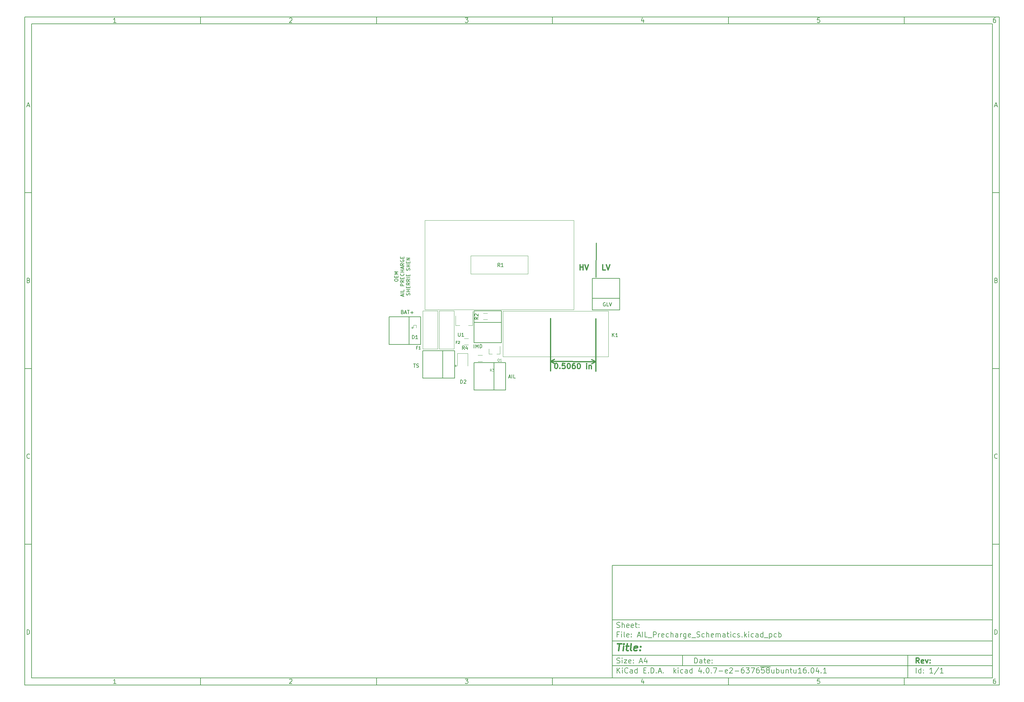
<source format=gbr>
G04 #@! TF.FileFunction,Legend,Top*
%FSLAX46Y46*%
G04 Gerber Fmt 4.6, Leading zero omitted, Abs format (unit mm)*
G04 Created by KiCad (PCBNEW 4.0.7-e2-6376~58~ubuntu16.04.1) date Thu Nov  9 22:46:50 2017*
%MOMM*%
%LPD*%
G01*
G04 APERTURE LIST*
%ADD10C,0.100000*%
%ADD11C,0.150000*%
%ADD12C,0.300000*%
%ADD13C,0.400000*%
%ADD14C,0.292100*%
%ADD15C,0.200000*%
%ADD16C,0.120000*%
%ADD17C,0.060000*%
G04 APERTURE END LIST*
D10*
D11*
X177002200Y-166007200D02*
X177002200Y-198007200D01*
X285002200Y-198007200D01*
X285002200Y-166007200D01*
X177002200Y-166007200D01*
D10*
D11*
X10000000Y-10000000D02*
X10000000Y-200007200D01*
X287002200Y-200007200D01*
X287002200Y-10000000D01*
X10000000Y-10000000D01*
D10*
D11*
X12000000Y-12000000D02*
X12000000Y-198007200D01*
X285002200Y-198007200D01*
X285002200Y-12000000D01*
X12000000Y-12000000D01*
D10*
D11*
X60000000Y-12000000D02*
X60000000Y-10000000D01*
D10*
D11*
X110000000Y-12000000D02*
X110000000Y-10000000D01*
D10*
D11*
X160000000Y-12000000D02*
X160000000Y-10000000D01*
D10*
D11*
X210000000Y-12000000D02*
X210000000Y-10000000D01*
D10*
D11*
X260000000Y-12000000D02*
X260000000Y-10000000D01*
D10*
D11*
X35990476Y-11588095D02*
X35247619Y-11588095D01*
X35619048Y-11588095D02*
X35619048Y-10288095D01*
X35495238Y-10473810D01*
X35371429Y-10597619D01*
X35247619Y-10659524D01*
D10*
D11*
X85247619Y-10411905D02*
X85309524Y-10350000D01*
X85433333Y-10288095D01*
X85742857Y-10288095D01*
X85866667Y-10350000D01*
X85928571Y-10411905D01*
X85990476Y-10535714D01*
X85990476Y-10659524D01*
X85928571Y-10845238D01*
X85185714Y-11588095D01*
X85990476Y-11588095D01*
D10*
D11*
X135185714Y-10288095D02*
X135990476Y-10288095D01*
X135557143Y-10783333D01*
X135742857Y-10783333D01*
X135866667Y-10845238D01*
X135928571Y-10907143D01*
X135990476Y-11030952D01*
X135990476Y-11340476D01*
X135928571Y-11464286D01*
X135866667Y-11526190D01*
X135742857Y-11588095D01*
X135371429Y-11588095D01*
X135247619Y-11526190D01*
X135185714Y-11464286D01*
D10*
D11*
X185866667Y-10721429D02*
X185866667Y-11588095D01*
X185557143Y-10226190D02*
X185247619Y-11154762D01*
X186052381Y-11154762D01*
D10*
D11*
X235928571Y-10288095D02*
X235309524Y-10288095D01*
X235247619Y-10907143D01*
X235309524Y-10845238D01*
X235433333Y-10783333D01*
X235742857Y-10783333D01*
X235866667Y-10845238D01*
X235928571Y-10907143D01*
X235990476Y-11030952D01*
X235990476Y-11340476D01*
X235928571Y-11464286D01*
X235866667Y-11526190D01*
X235742857Y-11588095D01*
X235433333Y-11588095D01*
X235309524Y-11526190D01*
X235247619Y-11464286D01*
D10*
D11*
X285866667Y-10288095D02*
X285619048Y-10288095D01*
X285495238Y-10350000D01*
X285433333Y-10411905D01*
X285309524Y-10597619D01*
X285247619Y-10845238D01*
X285247619Y-11340476D01*
X285309524Y-11464286D01*
X285371429Y-11526190D01*
X285495238Y-11588095D01*
X285742857Y-11588095D01*
X285866667Y-11526190D01*
X285928571Y-11464286D01*
X285990476Y-11340476D01*
X285990476Y-11030952D01*
X285928571Y-10907143D01*
X285866667Y-10845238D01*
X285742857Y-10783333D01*
X285495238Y-10783333D01*
X285371429Y-10845238D01*
X285309524Y-10907143D01*
X285247619Y-11030952D01*
D10*
D11*
X60000000Y-198007200D02*
X60000000Y-200007200D01*
D10*
D11*
X110000000Y-198007200D02*
X110000000Y-200007200D01*
D10*
D11*
X160000000Y-198007200D02*
X160000000Y-200007200D01*
D10*
D11*
X210000000Y-198007200D02*
X210000000Y-200007200D01*
D10*
D11*
X260000000Y-198007200D02*
X260000000Y-200007200D01*
D10*
D11*
X35990476Y-199595295D02*
X35247619Y-199595295D01*
X35619048Y-199595295D02*
X35619048Y-198295295D01*
X35495238Y-198481010D01*
X35371429Y-198604819D01*
X35247619Y-198666724D01*
D10*
D11*
X85247619Y-198419105D02*
X85309524Y-198357200D01*
X85433333Y-198295295D01*
X85742857Y-198295295D01*
X85866667Y-198357200D01*
X85928571Y-198419105D01*
X85990476Y-198542914D01*
X85990476Y-198666724D01*
X85928571Y-198852438D01*
X85185714Y-199595295D01*
X85990476Y-199595295D01*
D10*
D11*
X135185714Y-198295295D02*
X135990476Y-198295295D01*
X135557143Y-198790533D01*
X135742857Y-198790533D01*
X135866667Y-198852438D01*
X135928571Y-198914343D01*
X135990476Y-199038152D01*
X135990476Y-199347676D01*
X135928571Y-199471486D01*
X135866667Y-199533390D01*
X135742857Y-199595295D01*
X135371429Y-199595295D01*
X135247619Y-199533390D01*
X135185714Y-199471486D01*
D10*
D11*
X185866667Y-198728629D02*
X185866667Y-199595295D01*
X185557143Y-198233390D02*
X185247619Y-199161962D01*
X186052381Y-199161962D01*
D10*
D11*
X235928571Y-198295295D02*
X235309524Y-198295295D01*
X235247619Y-198914343D01*
X235309524Y-198852438D01*
X235433333Y-198790533D01*
X235742857Y-198790533D01*
X235866667Y-198852438D01*
X235928571Y-198914343D01*
X235990476Y-199038152D01*
X235990476Y-199347676D01*
X235928571Y-199471486D01*
X235866667Y-199533390D01*
X235742857Y-199595295D01*
X235433333Y-199595295D01*
X235309524Y-199533390D01*
X235247619Y-199471486D01*
D10*
D11*
X285866667Y-198295295D02*
X285619048Y-198295295D01*
X285495238Y-198357200D01*
X285433333Y-198419105D01*
X285309524Y-198604819D01*
X285247619Y-198852438D01*
X285247619Y-199347676D01*
X285309524Y-199471486D01*
X285371429Y-199533390D01*
X285495238Y-199595295D01*
X285742857Y-199595295D01*
X285866667Y-199533390D01*
X285928571Y-199471486D01*
X285990476Y-199347676D01*
X285990476Y-199038152D01*
X285928571Y-198914343D01*
X285866667Y-198852438D01*
X285742857Y-198790533D01*
X285495238Y-198790533D01*
X285371429Y-198852438D01*
X285309524Y-198914343D01*
X285247619Y-199038152D01*
D10*
D11*
X10000000Y-60000000D02*
X12000000Y-60000000D01*
D10*
D11*
X10000000Y-110000000D02*
X12000000Y-110000000D01*
D10*
D11*
X10000000Y-160000000D02*
X12000000Y-160000000D01*
D10*
D11*
X10690476Y-35216667D02*
X11309524Y-35216667D01*
X10566667Y-35588095D02*
X11000000Y-34288095D01*
X11433333Y-35588095D01*
D10*
D11*
X11092857Y-84907143D02*
X11278571Y-84969048D01*
X11340476Y-85030952D01*
X11402381Y-85154762D01*
X11402381Y-85340476D01*
X11340476Y-85464286D01*
X11278571Y-85526190D01*
X11154762Y-85588095D01*
X10659524Y-85588095D01*
X10659524Y-84288095D01*
X11092857Y-84288095D01*
X11216667Y-84350000D01*
X11278571Y-84411905D01*
X11340476Y-84535714D01*
X11340476Y-84659524D01*
X11278571Y-84783333D01*
X11216667Y-84845238D01*
X11092857Y-84907143D01*
X10659524Y-84907143D01*
D10*
D11*
X11402381Y-135464286D02*
X11340476Y-135526190D01*
X11154762Y-135588095D01*
X11030952Y-135588095D01*
X10845238Y-135526190D01*
X10721429Y-135402381D01*
X10659524Y-135278571D01*
X10597619Y-135030952D01*
X10597619Y-134845238D01*
X10659524Y-134597619D01*
X10721429Y-134473810D01*
X10845238Y-134350000D01*
X11030952Y-134288095D01*
X11154762Y-134288095D01*
X11340476Y-134350000D01*
X11402381Y-134411905D01*
D10*
D11*
X10659524Y-185588095D02*
X10659524Y-184288095D01*
X10969048Y-184288095D01*
X11154762Y-184350000D01*
X11278571Y-184473810D01*
X11340476Y-184597619D01*
X11402381Y-184845238D01*
X11402381Y-185030952D01*
X11340476Y-185278571D01*
X11278571Y-185402381D01*
X11154762Y-185526190D01*
X10969048Y-185588095D01*
X10659524Y-185588095D01*
D10*
D11*
X287002200Y-60000000D02*
X285002200Y-60000000D01*
D10*
D11*
X287002200Y-110000000D02*
X285002200Y-110000000D01*
D10*
D11*
X287002200Y-160000000D02*
X285002200Y-160000000D01*
D10*
D11*
X285692676Y-35216667D02*
X286311724Y-35216667D01*
X285568867Y-35588095D02*
X286002200Y-34288095D01*
X286435533Y-35588095D01*
D10*
D11*
X286095057Y-84907143D02*
X286280771Y-84969048D01*
X286342676Y-85030952D01*
X286404581Y-85154762D01*
X286404581Y-85340476D01*
X286342676Y-85464286D01*
X286280771Y-85526190D01*
X286156962Y-85588095D01*
X285661724Y-85588095D01*
X285661724Y-84288095D01*
X286095057Y-84288095D01*
X286218867Y-84350000D01*
X286280771Y-84411905D01*
X286342676Y-84535714D01*
X286342676Y-84659524D01*
X286280771Y-84783333D01*
X286218867Y-84845238D01*
X286095057Y-84907143D01*
X285661724Y-84907143D01*
D10*
D11*
X286404581Y-135464286D02*
X286342676Y-135526190D01*
X286156962Y-135588095D01*
X286033152Y-135588095D01*
X285847438Y-135526190D01*
X285723629Y-135402381D01*
X285661724Y-135278571D01*
X285599819Y-135030952D01*
X285599819Y-134845238D01*
X285661724Y-134597619D01*
X285723629Y-134473810D01*
X285847438Y-134350000D01*
X286033152Y-134288095D01*
X286156962Y-134288095D01*
X286342676Y-134350000D01*
X286404581Y-134411905D01*
D10*
D11*
X285661724Y-185588095D02*
X285661724Y-184288095D01*
X285971248Y-184288095D01*
X286156962Y-184350000D01*
X286280771Y-184473810D01*
X286342676Y-184597619D01*
X286404581Y-184845238D01*
X286404581Y-185030952D01*
X286342676Y-185278571D01*
X286280771Y-185402381D01*
X286156962Y-185526190D01*
X285971248Y-185588095D01*
X285661724Y-185588095D01*
D10*
D11*
X200359343Y-193785771D02*
X200359343Y-192285771D01*
X200716486Y-192285771D01*
X200930771Y-192357200D01*
X201073629Y-192500057D01*
X201145057Y-192642914D01*
X201216486Y-192928629D01*
X201216486Y-193142914D01*
X201145057Y-193428629D01*
X201073629Y-193571486D01*
X200930771Y-193714343D01*
X200716486Y-193785771D01*
X200359343Y-193785771D01*
X202502200Y-193785771D02*
X202502200Y-193000057D01*
X202430771Y-192857200D01*
X202287914Y-192785771D01*
X202002200Y-192785771D01*
X201859343Y-192857200D01*
X202502200Y-193714343D02*
X202359343Y-193785771D01*
X202002200Y-193785771D01*
X201859343Y-193714343D01*
X201787914Y-193571486D01*
X201787914Y-193428629D01*
X201859343Y-193285771D01*
X202002200Y-193214343D01*
X202359343Y-193214343D01*
X202502200Y-193142914D01*
X203002200Y-192785771D02*
X203573629Y-192785771D01*
X203216486Y-192285771D02*
X203216486Y-193571486D01*
X203287914Y-193714343D01*
X203430772Y-193785771D01*
X203573629Y-193785771D01*
X204645057Y-193714343D02*
X204502200Y-193785771D01*
X204216486Y-193785771D01*
X204073629Y-193714343D01*
X204002200Y-193571486D01*
X204002200Y-193000057D01*
X204073629Y-192857200D01*
X204216486Y-192785771D01*
X204502200Y-192785771D01*
X204645057Y-192857200D01*
X204716486Y-193000057D01*
X204716486Y-193142914D01*
X204002200Y-193285771D01*
X205359343Y-193642914D02*
X205430771Y-193714343D01*
X205359343Y-193785771D01*
X205287914Y-193714343D01*
X205359343Y-193642914D01*
X205359343Y-193785771D01*
X205359343Y-192857200D02*
X205430771Y-192928629D01*
X205359343Y-193000057D01*
X205287914Y-192928629D01*
X205359343Y-192857200D01*
X205359343Y-193000057D01*
D10*
D11*
X177002200Y-194507200D02*
X285002200Y-194507200D01*
D10*
D11*
X178359343Y-196585771D02*
X178359343Y-195085771D01*
X179216486Y-196585771D02*
X178573629Y-195728629D01*
X179216486Y-195085771D02*
X178359343Y-195942914D01*
X179859343Y-196585771D02*
X179859343Y-195585771D01*
X179859343Y-195085771D02*
X179787914Y-195157200D01*
X179859343Y-195228629D01*
X179930771Y-195157200D01*
X179859343Y-195085771D01*
X179859343Y-195228629D01*
X181430772Y-196442914D02*
X181359343Y-196514343D01*
X181145057Y-196585771D01*
X181002200Y-196585771D01*
X180787915Y-196514343D01*
X180645057Y-196371486D01*
X180573629Y-196228629D01*
X180502200Y-195942914D01*
X180502200Y-195728629D01*
X180573629Y-195442914D01*
X180645057Y-195300057D01*
X180787915Y-195157200D01*
X181002200Y-195085771D01*
X181145057Y-195085771D01*
X181359343Y-195157200D01*
X181430772Y-195228629D01*
X182716486Y-196585771D02*
X182716486Y-195800057D01*
X182645057Y-195657200D01*
X182502200Y-195585771D01*
X182216486Y-195585771D01*
X182073629Y-195657200D01*
X182716486Y-196514343D02*
X182573629Y-196585771D01*
X182216486Y-196585771D01*
X182073629Y-196514343D01*
X182002200Y-196371486D01*
X182002200Y-196228629D01*
X182073629Y-196085771D01*
X182216486Y-196014343D01*
X182573629Y-196014343D01*
X182716486Y-195942914D01*
X184073629Y-196585771D02*
X184073629Y-195085771D01*
X184073629Y-196514343D02*
X183930772Y-196585771D01*
X183645058Y-196585771D01*
X183502200Y-196514343D01*
X183430772Y-196442914D01*
X183359343Y-196300057D01*
X183359343Y-195871486D01*
X183430772Y-195728629D01*
X183502200Y-195657200D01*
X183645058Y-195585771D01*
X183930772Y-195585771D01*
X184073629Y-195657200D01*
X185930772Y-195800057D02*
X186430772Y-195800057D01*
X186645058Y-196585771D02*
X185930772Y-196585771D01*
X185930772Y-195085771D01*
X186645058Y-195085771D01*
X187287915Y-196442914D02*
X187359343Y-196514343D01*
X187287915Y-196585771D01*
X187216486Y-196514343D01*
X187287915Y-196442914D01*
X187287915Y-196585771D01*
X188002201Y-196585771D02*
X188002201Y-195085771D01*
X188359344Y-195085771D01*
X188573629Y-195157200D01*
X188716487Y-195300057D01*
X188787915Y-195442914D01*
X188859344Y-195728629D01*
X188859344Y-195942914D01*
X188787915Y-196228629D01*
X188716487Y-196371486D01*
X188573629Y-196514343D01*
X188359344Y-196585771D01*
X188002201Y-196585771D01*
X189502201Y-196442914D02*
X189573629Y-196514343D01*
X189502201Y-196585771D01*
X189430772Y-196514343D01*
X189502201Y-196442914D01*
X189502201Y-196585771D01*
X190145058Y-196157200D02*
X190859344Y-196157200D01*
X190002201Y-196585771D02*
X190502201Y-195085771D01*
X191002201Y-196585771D01*
X191502201Y-196442914D02*
X191573629Y-196514343D01*
X191502201Y-196585771D01*
X191430772Y-196514343D01*
X191502201Y-196442914D01*
X191502201Y-196585771D01*
X194502201Y-196585771D02*
X194502201Y-195085771D01*
X194645058Y-196014343D02*
X195073629Y-196585771D01*
X195073629Y-195585771D02*
X194502201Y-196157200D01*
X195716487Y-196585771D02*
X195716487Y-195585771D01*
X195716487Y-195085771D02*
X195645058Y-195157200D01*
X195716487Y-195228629D01*
X195787915Y-195157200D01*
X195716487Y-195085771D01*
X195716487Y-195228629D01*
X197073630Y-196514343D02*
X196930773Y-196585771D01*
X196645059Y-196585771D01*
X196502201Y-196514343D01*
X196430773Y-196442914D01*
X196359344Y-196300057D01*
X196359344Y-195871486D01*
X196430773Y-195728629D01*
X196502201Y-195657200D01*
X196645059Y-195585771D01*
X196930773Y-195585771D01*
X197073630Y-195657200D01*
X198359344Y-196585771D02*
X198359344Y-195800057D01*
X198287915Y-195657200D01*
X198145058Y-195585771D01*
X197859344Y-195585771D01*
X197716487Y-195657200D01*
X198359344Y-196514343D02*
X198216487Y-196585771D01*
X197859344Y-196585771D01*
X197716487Y-196514343D01*
X197645058Y-196371486D01*
X197645058Y-196228629D01*
X197716487Y-196085771D01*
X197859344Y-196014343D01*
X198216487Y-196014343D01*
X198359344Y-195942914D01*
X199716487Y-196585771D02*
X199716487Y-195085771D01*
X199716487Y-196514343D02*
X199573630Y-196585771D01*
X199287916Y-196585771D01*
X199145058Y-196514343D01*
X199073630Y-196442914D01*
X199002201Y-196300057D01*
X199002201Y-195871486D01*
X199073630Y-195728629D01*
X199145058Y-195657200D01*
X199287916Y-195585771D01*
X199573630Y-195585771D01*
X199716487Y-195657200D01*
X202216487Y-195585771D02*
X202216487Y-196585771D01*
X201859344Y-195014343D02*
X201502201Y-196085771D01*
X202430773Y-196085771D01*
X203002201Y-196442914D02*
X203073629Y-196514343D01*
X203002201Y-196585771D01*
X202930772Y-196514343D01*
X203002201Y-196442914D01*
X203002201Y-196585771D01*
X204002201Y-195085771D02*
X204145058Y-195085771D01*
X204287915Y-195157200D01*
X204359344Y-195228629D01*
X204430773Y-195371486D01*
X204502201Y-195657200D01*
X204502201Y-196014343D01*
X204430773Y-196300057D01*
X204359344Y-196442914D01*
X204287915Y-196514343D01*
X204145058Y-196585771D01*
X204002201Y-196585771D01*
X203859344Y-196514343D01*
X203787915Y-196442914D01*
X203716487Y-196300057D01*
X203645058Y-196014343D01*
X203645058Y-195657200D01*
X203716487Y-195371486D01*
X203787915Y-195228629D01*
X203859344Y-195157200D01*
X204002201Y-195085771D01*
X205145058Y-196442914D02*
X205216486Y-196514343D01*
X205145058Y-196585771D01*
X205073629Y-196514343D01*
X205145058Y-196442914D01*
X205145058Y-196585771D01*
X205716487Y-195085771D02*
X206716487Y-195085771D01*
X206073630Y-196585771D01*
X207287915Y-196014343D02*
X208430772Y-196014343D01*
X209716486Y-196514343D02*
X209573629Y-196585771D01*
X209287915Y-196585771D01*
X209145058Y-196514343D01*
X209073629Y-196371486D01*
X209073629Y-195800057D01*
X209145058Y-195657200D01*
X209287915Y-195585771D01*
X209573629Y-195585771D01*
X209716486Y-195657200D01*
X209787915Y-195800057D01*
X209787915Y-195942914D01*
X209073629Y-196085771D01*
X210359343Y-195228629D02*
X210430772Y-195157200D01*
X210573629Y-195085771D01*
X210930772Y-195085771D01*
X211073629Y-195157200D01*
X211145058Y-195228629D01*
X211216486Y-195371486D01*
X211216486Y-195514343D01*
X211145058Y-195728629D01*
X210287915Y-196585771D01*
X211216486Y-196585771D01*
X211859343Y-196014343D02*
X213002200Y-196014343D01*
X214359343Y-195085771D02*
X214073629Y-195085771D01*
X213930772Y-195157200D01*
X213859343Y-195228629D01*
X213716486Y-195442914D01*
X213645057Y-195728629D01*
X213645057Y-196300057D01*
X213716486Y-196442914D01*
X213787914Y-196514343D01*
X213930772Y-196585771D01*
X214216486Y-196585771D01*
X214359343Y-196514343D01*
X214430772Y-196442914D01*
X214502200Y-196300057D01*
X214502200Y-195942914D01*
X214430772Y-195800057D01*
X214359343Y-195728629D01*
X214216486Y-195657200D01*
X213930772Y-195657200D01*
X213787914Y-195728629D01*
X213716486Y-195800057D01*
X213645057Y-195942914D01*
X215002200Y-195085771D02*
X215930771Y-195085771D01*
X215430771Y-195657200D01*
X215645057Y-195657200D01*
X215787914Y-195728629D01*
X215859343Y-195800057D01*
X215930771Y-195942914D01*
X215930771Y-196300057D01*
X215859343Y-196442914D01*
X215787914Y-196514343D01*
X215645057Y-196585771D01*
X215216485Y-196585771D01*
X215073628Y-196514343D01*
X215002200Y-196442914D01*
X216430771Y-195085771D02*
X217430771Y-195085771D01*
X216787914Y-196585771D01*
X218645056Y-195085771D02*
X218359342Y-195085771D01*
X218216485Y-195157200D01*
X218145056Y-195228629D01*
X218002199Y-195442914D01*
X217930770Y-195728629D01*
X217930770Y-196300057D01*
X218002199Y-196442914D01*
X218073627Y-196514343D01*
X218216485Y-196585771D01*
X218502199Y-196585771D01*
X218645056Y-196514343D01*
X218716485Y-196442914D01*
X218787913Y-196300057D01*
X218787913Y-195942914D01*
X218716485Y-195800057D01*
X218645056Y-195728629D01*
X218502199Y-195657200D01*
X218216485Y-195657200D01*
X218073627Y-195728629D01*
X218002199Y-195800057D01*
X217930770Y-195942914D01*
X220145056Y-195085771D02*
X219430770Y-195085771D01*
X219359341Y-195800057D01*
X219430770Y-195728629D01*
X219573627Y-195657200D01*
X219930770Y-195657200D01*
X220073627Y-195728629D01*
X220145056Y-195800057D01*
X220216484Y-195942914D01*
X220216484Y-196300057D01*
X220145056Y-196442914D01*
X220073627Y-196514343D01*
X219930770Y-196585771D01*
X219573627Y-196585771D01*
X219430770Y-196514343D01*
X219359341Y-196442914D01*
X221073627Y-195728629D02*
X220930769Y-195657200D01*
X220859341Y-195585771D01*
X220787912Y-195442914D01*
X220787912Y-195371486D01*
X220859341Y-195228629D01*
X220930769Y-195157200D01*
X221073627Y-195085771D01*
X221359341Y-195085771D01*
X221502198Y-195157200D01*
X221573627Y-195228629D01*
X221645055Y-195371486D01*
X221645055Y-195442914D01*
X221573627Y-195585771D01*
X221502198Y-195657200D01*
X221359341Y-195728629D01*
X221073627Y-195728629D01*
X220930769Y-195800057D01*
X220859341Y-195871486D01*
X220787912Y-196014343D01*
X220787912Y-196300057D01*
X220859341Y-196442914D01*
X220930769Y-196514343D01*
X221073627Y-196585771D01*
X221359341Y-196585771D01*
X221502198Y-196514343D01*
X221573627Y-196442914D01*
X221645055Y-196300057D01*
X221645055Y-196014343D01*
X221573627Y-195871486D01*
X221502198Y-195800057D01*
X221359341Y-195728629D01*
X219073627Y-194827200D02*
X221930769Y-194827200D01*
X222930769Y-195585771D02*
X222930769Y-196585771D01*
X222287912Y-195585771D02*
X222287912Y-196371486D01*
X222359340Y-196514343D01*
X222502198Y-196585771D01*
X222716483Y-196585771D01*
X222859340Y-196514343D01*
X222930769Y-196442914D01*
X223645055Y-196585771D02*
X223645055Y-195085771D01*
X223645055Y-195657200D02*
X223787912Y-195585771D01*
X224073626Y-195585771D01*
X224216483Y-195657200D01*
X224287912Y-195728629D01*
X224359341Y-195871486D01*
X224359341Y-196300057D01*
X224287912Y-196442914D01*
X224216483Y-196514343D01*
X224073626Y-196585771D01*
X223787912Y-196585771D01*
X223645055Y-196514343D01*
X225645055Y-195585771D02*
X225645055Y-196585771D01*
X225002198Y-195585771D02*
X225002198Y-196371486D01*
X225073626Y-196514343D01*
X225216484Y-196585771D01*
X225430769Y-196585771D01*
X225573626Y-196514343D01*
X225645055Y-196442914D01*
X226359341Y-195585771D02*
X226359341Y-196585771D01*
X226359341Y-195728629D02*
X226430769Y-195657200D01*
X226573627Y-195585771D01*
X226787912Y-195585771D01*
X226930769Y-195657200D01*
X227002198Y-195800057D01*
X227002198Y-196585771D01*
X227502198Y-195585771D02*
X228073627Y-195585771D01*
X227716484Y-195085771D02*
X227716484Y-196371486D01*
X227787912Y-196514343D01*
X227930770Y-196585771D01*
X228073627Y-196585771D01*
X229216484Y-195585771D02*
X229216484Y-196585771D01*
X228573627Y-195585771D02*
X228573627Y-196371486D01*
X228645055Y-196514343D01*
X228787913Y-196585771D01*
X229002198Y-196585771D01*
X229145055Y-196514343D01*
X229216484Y-196442914D01*
X230716484Y-196585771D02*
X229859341Y-196585771D01*
X230287913Y-196585771D02*
X230287913Y-195085771D01*
X230145056Y-195300057D01*
X230002198Y-195442914D01*
X229859341Y-195514343D01*
X232002198Y-195085771D02*
X231716484Y-195085771D01*
X231573627Y-195157200D01*
X231502198Y-195228629D01*
X231359341Y-195442914D01*
X231287912Y-195728629D01*
X231287912Y-196300057D01*
X231359341Y-196442914D01*
X231430769Y-196514343D01*
X231573627Y-196585771D01*
X231859341Y-196585771D01*
X232002198Y-196514343D01*
X232073627Y-196442914D01*
X232145055Y-196300057D01*
X232145055Y-195942914D01*
X232073627Y-195800057D01*
X232002198Y-195728629D01*
X231859341Y-195657200D01*
X231573627Y-195657200D01*
X231430769Y-195728629D01*
X231359341Y-195800057D01*
X231287912Y-195942914D01*
X232787912Y-196442914D02*
X232859340Y-196514343D01*
X232787912Y-196585771D01*
X232716483Y-196514343D01*
X232787912Y-196442914D01*
X232787912Y-196585771D01*
X233787912Y-195085771D02*
X233930769Y-195085771D01*
X234073626Y-195157200D01*
X234145055Y-195228629D01*
X234216484Y-195371486D01*
X234287912Y-195657200D01*
X234287912Y-196014343D01*
X234216484Y-196300057D01*
X234145055Y-196442914D01*
X234073626Y-196514343D01*
X233930769Y-196585771D01*
X233787912Y-196585771D01*
X233645055Y-196514343D01*
X233573626Y-196442914D01*
X233502198Y-196300057D01*
X233430769Y-196014343D01*
X233430769Y-195657200D01*
X233502198Y-195371486D01*
X233573626Y-195228629D01*
X233645055Y-195157200D01*
X233787912Y-195085771D01*
X235573626Y-195585771D02*
X235573626Y-196585771D01*
X235216483Y-195014343D02*
X234859340Y-196085771D01*
X235787912Y-196085771D01*
X236359340Y-196442914D02*
X236430768Y-196514343D01*
X236359340Y-196585771D01*
X236287911Y-196514343D01*
X236359340Y-196442914D01*
X236359340Y-196585771D01*
X237859340Y-196585771D02*
X237002197Y-196585771D01*
X237430769Y-196585771D02*
X237430769Y-195085771D01*
X237287912Y-195300057D01*
X237145054Y-195442914D01*
X237002197Y-195514343D01*
D10*
D11*
X177002200Y-191507200D02*
X285002200Y-191507200D01*
D10*
D12*
X264216486Y-193785771D02*
X263716486Y-193071486D01*
X263359343Y-193785771D02*
X263359343Y-192285771D01*
X263930771Y-192285771D01*
X264073629Y-192357200D01*
X264145057Y-192428629D01*
X264216486Y-192571486D01*
X264216486Y-192785771D01*
X264145057Y-192928629D01*
X264073629Y-193000057D01*
X263930771Y-193071486D01*
X263359343Y-193071486D01*
X265430771Y-193714343D02*
X265287914Y-193785771D01*
X265002200Y-193785771D01*
X264859343Y-193714343D01*
X264787914Y-193571486D01*
X264787914Y-193000057D01*
X264859343Y-192857200D01*
X265002200Y-192785771D01*
X265287914Y-192785771D01*
X265430771Y-192857200D01*
X265502200Y-193000057D01*
X265502200Y-193142914D01*
X264787914Y-193285771D01*
X266002200Y-192785771D02*
X266359343Y-193785771D01*
X266716485Y-192785771D01*
X267287914Y-193642914D02*
X267359342Y-193714343D01*
X267287914Y-193785771D01*
X267216485Y-193714343D01*
X267287914Y-193642914D01*
X267287914Y-193785771D01*
X267287914Y-192857200D02*
X267359342Y-192928629D01*
X267287914Y-193000057D01*
X267216485Y-192928629D01*
X267287914Y-192857200D01*
X267287914Y-193000057D01*
D10*
D11*
X178287914Y-193714343D02*
X178502200Y-193785771D01*
X178859343Y-193785771D01*
X179002200Y-193714343D01*
X179073629Y-193642914D01*
X179145057Y-193500057D01*
X179145057Y-193357200D01*
X179073629Y-193214343D01*
X179002200Y-193142914D01*
X178859343Y-193071486D01*
X178573629Y-193000057D01*
X178430771Y-192928629D01*
X178359343Y-192857200D01*
X178287914Y-192714343D01*
X178287914Y-192571486D01*
X178359343Y-192428629D01*
X178430771Y-192357200D01*
X178573629Y-192285771D01*
X178930771Y-192285771D01*
X179145057Y-192357200D01*
X179787914Y-193785771D02*
X179787914Y-192785771D01*
X179787914Y-192285771D02*
X179716485Y-192357200D01*
X179787914Y-192428629D01*
X179859342Y-192357200D01*
X179787914Y-192285771D01*
X179787914Y-192428629D01*
X180359343Y-192785771D02*
X181145057Y-192785771D01*
X180359343Y-193785771D01*
X181145057Y-193785771D01*
X182287914Y-193714343D02*
X182145057Y-193785771D01*
X181859343Y-193785771D01*
X181716486Y-193714343D01*
X181645057Y-193571486D01*
X181645057Y-193000057D01*
X181716486Y-192857200D01*
X181859343Y-192785771D01*
X182145057Y-192785771D01*
X182287914Y-192857200D01*
X182359343Y-193000057D01*
X182359343Y-193142914D01*
X181645057Y-193285771D01*
X183002200Y-193642914D02*
X183073628Y-193714343D01*
X183002200Y-193785771D01*
X182930771Y-193714343D01*
X183002200Y-193642914D01*
X183002200Y-193785771D01*
X183002200Y-192857200D02*
X183073628Y-192928629D01*
X183002200Y-193000057D01*
X182930771Y-192928629D01*
X183002200Y-192857200D01*
X183002200Y-193000057D01*
X184787914Y-193357200D02*
X185502200Y-193357200D01*
X184645057Y-193785771D02*
X185145057Y-192285771D01*
X185645057Y-193785771D01*
X186787914Y-192785771D02*
X186787914Y-193785771D01*
X186430771Y-192214343D02*
X186073628Y-193285771D01*
X187002200Y-193285771D01*
D10*
D11*
X263359343Y-196585771D02*
X263359343Y-195085771D01*
X264716486Y-196585771D02*
X264716486Y-195085771D01*
X264716486Y-196514343D02*
X264573629Y-196585771D01*
X264287915Y-196585771D01*
X264145057Y-196514343D01*
X264073629Y-196442914D01*
X264002200Y-196300057D01*
X264002200Y-195871486D01*
X264073629Y-195728629D01*
X264145057Y-195657200D01*
X264287915Y-195585771D01*
X264573629Y-195585771D01*
X264716486Y-195657200D01*
X265430772Y-196442914D02*
X265502200Y-196514343D01*
X265430772Y-196585771D01*
X265359343Y-196514343D01*
X265430772Y-196442914D01*
X265430772Y-196585771D01*
X265430772Y-195657200D02*
X265502200Y-195728629D01*
X265430772Y-195800057D01*
X265359343Y-195728629D01*
X265430772Y-195657200D01*
X265430772Y-195800057D01*
X268073629Y-196585771D02*
X267216486Y-196585771D01*
X267645058Y-196585771D02*
X267645058Y-195085771D01*
X267502201Y-195300057D01*
X267359343Y-195442914D01*
X267216486Y-195514343D01*
X269787914Y-195014343D02*
X268502200Y-196942914D01*
X271073629Y-196585771D02*
X270216486Y-196585771D01*
X270645058Y-196585771D02*
X270645058Y-195085771D01*
X270502201Y-195300057D01*
X270359343Y-195442914D01*
X270216486Y-195514343D01*
D10*
D11*
X177002200Y-187507200D02*
X285002200Y-187507200D01*
D10*
D13*
X178454581Y-188211962D02*
X179597438Y-188211962D01*
X178776010Y-190211962D02*
X179026010Y-188211962D01*
X180014105Y-190211962D02*
X180180771Y-188878629D01*
X180264105Y-188211962D02*
X180156962Y-188307200D01*
X180240295Y-188402438D01*
X180347439Y-188307200D01*
X180264105Y-188211962D01*
X180240295Y-188402438D01*
X180847438Y-188878629D02*
X181609343Y-188878629D01*
X181216486Y-188211962D02*
X181002200Y-189926248D01*
X181073630Y-190116724D01*
X181252201Y-190211962D01*
X181442677Y-190211962D01*
X182395058Y-190211962D02*
X182216487Y-190116724D01*
X182145057Y-189926248D01*
X182359343Y-188211962D01*
X183930772Y-190116724D02*
X183728391Y-190211962D01*
X183347439Y-190211962D01*
X183168867Y-190116724D01*
X183097438Y-189926248D01*
X183192676Y-189164343D01*
X183311724Y-188973867D01*
X183514105Y-188878629D01*
X183895057Y-188878629D01*
X184073629Y-188973867D01*
X184145057Y-189164343D01*
X184121248Y-189354819D01*
X183145057Y-189545295D01*
X184895057Y-190021486D02*
X184978392Y-190116724D01*
X184871248Y-190211962D01*
X184787915Y-190116724D01*
X184895057Y-190021486D01*
X184871248Y-190211962D01*
X185026010Y-188973867D02*
X185109344Y-189069105D01*
X185002200Y-189164343D01*
X184918867Y-189069105D01*
X185026010Y-188973867D01*
X185002200Y-189164343D01*
D10*
D11*
X178859343Y-185600057D02*
X178359343Y-185600057D01*
X178359343Y-186385771D02*
X178359343Y-184885771D01*
X179073629Y-184885771D01*
X179645057Y-186385771D02*
X179645057Y-185385771D01*
X179645057Y-184885771D02*
X179573628Y-184957200D01*
X179645057Y-185028629D01*
X179716485Y-184957200D01*
X179645057Y-184885771D01*
X179645057Y-185028629D01*
X180573629Y-186385771D02*
X180430771Y-186314343D01*
X180359343Y-186171486D01*
X180359343Y-184885771D01*
X181716485Y-186314343D02*
X181573628Y-186385771D01*
X181287914Y-186385771D01*
X181145057Y-186314343D01*
X181073628Y-186171486D01*
X181073628Y-185600057D01*
X181145057Y-185457200D01*
X181287914Y-185385771D01*
X181573628Y-185385771D01*
X181716485Y-185457200D01*
X181787914Y-185600057D01*
X181787914Y-185742914D01*
X181073628Y-185885771D01*
X182430771Y-186242914D02*
X182502199Y-186314343D01*
X182430771Y-186385771D01*
X182359342Y-186314343D01*
X182430771Y-186242914D01*
X182430771Y-186385771D01*
X182430771Y-185457200D02*
X182502199Y-185528629D01*
X182430771Y-185600057D01*
X182359342Y-185528629D01*
X182430771Y-185457200D01*
X182430771Y-185600057D01*
X184216485Y-185957200D02*
X184930771Y-185957200D01*
X184073628Y-186385771D02*
X184573628Y-184885771D01*
X185073628Y-186385771D01*
X185573628Y-186385771D02*
X185573628Y-184885771D01*
X187002200Y-186385771D02*
X186287914Y-186385771D01*
X186287914Y-184885771D01*
X187145057Y-186528629D02*
X188287914Y-186528629D01*
X188645057Y-186385771D02*
X188645057Y-184885771D01*
X189216485Y-184885771D01*
X189359343Y-184957200D01*
X189430771Y-185028629D01*
X189502200Y-185171486D01*
X189502200Y-185385771D01*
X189430771Y-185528629D01*
X189359343Y-185600057D01*
X189216485Y-185671486D01*
X188645057Y-185671486D01*
X190145057Y-186385771D02*
X190145057Y-185385771D01*
X190145057Y-185671486D02*
X190216485Y-185528629D01*
X190287914Y-185457200D01*
X190430771Y-185385771D01*
X190573628Y-185385771D01*
X191645056Y-186314343D02*
X191502199Y-186385771D01*
X191216485Y-186385771D01*
X191073628Y-186314343D01*
X191002199Y-186171486D01*
X191002199Y-185600057D01*
X191073628Y-185457200D01*
X191216485Y-185385771D01*
X191502199Y-185385771D01*
X191645056Y-185457200D01*
X191716485Y-185600057D01*
X191716485Y-185742914D01*
X191002199Y-185885771D01*
X193002199Y-186314343D02*
X192859342Y-186385771D01*
X192573628Y-186385771D01*
X192430770Y-186314343D01*
X192359342Y-186242914D01*
X192287913Y-186100057D01*
X192287913Y-185671486D01*
X192359342Y-185528629D01*
X192430770Y-185457200D01*
X192573628Y-185385771D01*
X192859342Y-185385771D01*
X193002199Y-185457200D01*
X193645056Y-186385771D02*
X193645056Y-184885771D01*
X194287913Y-186385771D02*
X194287913Y-185600057D01*
X194216484Y-185457200D01*
X194073627Y-185385771D01*
X193859342Y-185385771D01*
X193716484Y-185457200D01*
X193645056Y-185528629D01*
X195645056Y-186385771D02*
X195645056Y-185600057D01*
X195573627Y-185457200D01*
X195430770Y-185385771D01*
X195145056Y-185385771D01*
X195002199Y-185457200D01*
X195645056Y-186314343D02*
X195502199Y-186385771D01*
X195145056Y-186385771D01*
X195002199Y-186314343D01*
X194930770Y-186171486D01*
X194930770Y-186028629D01*
X195002199Y-185885771D01*
X195145056Y-185814343D01*
X195502199Y-185814343D01*
X195645056Y-185742914D01*
X196359342Y-186385771D02*
X196359342Y-185385771D01*
X196359342Y-185671486D02*
X196430770Y-185528629D01*
X196502199Y-185457200D01*
X196645056Y-185385771D01*
X196787913Y-185385771D01*
X197930770Y-185385771D02*
X197930770Y-186600057D01*
X197859341Y-186742914D01*
X197787913Y-186814343D01*
X197645056Y-186885771D01*
X197430770Y-186885771D01*
X197287913Y-186814343D01*
X197930770Y-186314343D02*
X197787913Y-186385771D01*
X197502199Y-186385771D01*
X197359341Y-186314343D01*
X197287913Y-186242914D01*
X197216484Y-186100057D01*
X197216484Y-185671486D01*
X197287913Y-185528629D01*
X197359341Y-185457200D01*
X197502199Y-185385771D01*
X197787913Y-185385771D01*
X197930770Y-185457200D01*
X199216484Y-186314343D02*
X199073627Y-186385771D01*
X198787913Y-186385771D01*
X198645056Y-186314343D01*
X198573627Y-186171486D01*
X198573627Y-185600057D01*
X198645056Y-185457200D01*
X198787913Y-185385771D01*
X199073627Y-185385771D01*
X199216484Y-185457200D01*
X199287913Y-185600057D01*
X199287913Y-185742914D01*
X198573627Y-185885771D01*
X199573627Y-186528629D02*
X200716484Y-186528629D01*
X201002198Y-186314343D02*
X201216484Y-186385771D01*
X201573627Y-186385771D01*
X201716484Y-186314343D01*
X201787913Y-186242914D01*
X201859341Y-186100057D01*
X201859341Y-185957200D01*
X201787913Y-185814343D01*
X201716484Y-185742914D01*
X201573627Y-185671486D01*
X201287913Y-185600057D01*
X201145055Y-185528629D01*
X201073627Y-185457200D01*
X201002198Y-185314343D01*
X201002198Y-185171486D01*
X201073627Y-185028629D01*
X201145055Y-184957200D01*
X201287913Y-184885771D01*
X201645055Y-184885771D01*
X201859341Y-184957200D01*
X203145055Y-186314343D02*
X203002198Y-186385771D01*
X202716484Y-186385771D01*
X202573626Y-186314343D01*
X202502198Y-186242914D01*
X202430769Y-186100057D01*
X202430769Y-185671486D01*
X202502198Y-185528629D01*
X202573626Y-185457200D01*
X202716484Y-185385771D01*
X203002198Y-185385771D01*
X203145055Y-185457200D01*
X203787912Y-186385771D02*
X203787912Y-184885771D01*
X204430769Y-186385771D02*
X204430769Y-185600057D01*
X204359340Y-185457200D01*
X204216483Y-185385771D01*
X204002198Y-185385771D01*
X203859340Y-185457200D01*
X203787912Y-185528629D01*
X205716483Y-186314343D02*
X205573626Y-186385771D01*
X205287912Y-186385771D01*
X205145055Y-186314343D01*
X205073626Y-186171486D01*
X205073626Y-185600057D01*
X205145055Y-185457200D01*
X205287912Y-185385771D01*
X205573626Y-185385771D01*
X205716483Y-185457200D01*
X205787912Y-185600057D01*
X205787912Y-185742914D01*
X205073626Y-185885771D01*
X206430769Y-186385771D02*
X206430769Y-185385771D01*
X206430769Y-185528629D02*
X206502197Y-185457200D01*
X206645055Y-185385771D01*
X206859340Y-185385771D01*
X207002197Y-185457200D01*
X207073626Y-185600057D01*
X207073626Y-186385771D01*
X207073626Y-185600057D02*
X207145055Y-185457200D01*
X207287912Y-185385771D01*
X207502197Y-185385771D01*
X207645055Y-185457200D01*
X207716483Y-185600057D01*
X207716483Y-186385771D01*
X209073626Y-186385771D02*
X209073626Y-185600057D01*
X209002197Y-185457200D01*
X208859340Y-185385771D01*
X208573626Y-185385771D01*
X208430769Y-185457200D01*
X209073626Y-186314343D02*
X208930769Y-186385771D01*
X208573626Y-186385771D01*
X208430769Y-186314343D01*
X208359340Y-186171486D01*
X208359340Y-186028629D01*
X208430769Y-185885771D01*
X208573626Y-185814343D01*
X208930769Y-185814343D01*
X209073626Y-185742914D01*
X209573626Y-185385771D02*
X210145055Y-185385771D01*
X209787912Y-184885771D02*
X209787912Y-186171486D01*
X209859340Y-186314343D01*
X210002198Y-186385771D01*
X210145055Y-186385771D01*
X210645055Y-186385771D02*
X210645055Y-185385771D01*
X210645055Y-184885771D02*
X210573626Y-184957200D01*
X210645055Y-185028629D01*
X210716483Y-184957200D01*
X210645055Y-184885771D01*
X210645055Y-185028629D01*
X212002198Y-186314343D02*
X211859341Y-186385771D01*
X211573627Y-186385771D01*
X211430769Y-186314343D01*
X211359341Y-186242914D01*
X211287912Y-186100057D01*
X211287912Y-185671486D01*
X211359341Y-185528629D01*
X211430769Y-185457200D01*
X211573627Y-185385771D01*
X211859341Y-185385771D01*
X212002198Y-185457200D01*
X212573626Y-186314343D02*
X212716483Y-186385771D01*
X213002198Y-186385771D01*
X213145055Y-186314343D01*
X213216483Y-186171486D01*
X213216483Y-186100057D01*
X213145055Y-185957200D01*
X213002198Y-185885771D01*
X212787912Y-185885771D01*
X212645055Y-185814343D01*
X212573626Y-185671486D01*
X212573626Y-185600057D01*
X212645055Y-185457200D01*
X212787912Y-185385771D01*
X213002198Y-185385771D01*
X213145055Y-185457200D01*
X213859341Y-186242914D02*
X213930769Y-186314343D01*
X213859341Y-186385771D01*
X213787912Y-186314343D01*
X213859341Y-186242914D01*
X213859341Y-186385771D01*
X214573627Y-186385771D02*
X214573627Y-184885771D01*
X214716484Y-185814343D02*
X215145055Y-186385771D01*
X215145055Y-185385771D02*
X214573627Y-185957200D01*
X215787913Y-186385771D02*
X215787913Y-185385771D01*
X215787913Y-184885771D02*
X215716484Y-184957200D01*
X215787913Y-185028629D01*
X215859341Y-184957200D01*
X215787913Y-184885771D01*
X215787913Y-185028629D01*
X217145056Y-186314343D02*
X217002199Y-186385771D01*
X216716485Y-186385771D01*
X216573627Y-186314343D01*
X216502199Y-186242914D01*
X216430770Y-186100057D01*
X216430770Y-185671486D01*
X216502199Y-185528629D01*
X216573627Y-185457200D01*
X216716485Y-185385771D01*
X217002199Y-185385771D01*
X217145056Y-185457200D01*
X218430770Y-186385771D02*
X218430770Y-185600057D01*
X218359341Y-185457200D01*
X218216484Y-185385771D01*
X217930770Y-185385771D01*
X217787913Y-185457200D01*
X218430770Y-186314343D02*
X218287913Y-186385771D01*
X217930770Y-186385771D01*
X217787913Y-186314343D01*
X217716484Y-186171486D01*
X217716484Y-186028629D01*
X217787913Y-185885771D01*
X217930770Y-185814343D01*
X218287913Y-185814343D01*
X218430770Y-185742914D01*
X219787913Y-186385771D02*
X219787913Y-184885771D01*
X219787913Y-186314343D02*
X219645056Y-186385771D01*
X219359342Y-186385771D01*
X219216484Y-186314343D01*
X219145056Y-186242914D01*
X219073627Y-186100057D01*
X219073627Y-185671486D01*
X219145056Y-185528629D01*
X219216484Y-185457200D01*
X219359342Y-185385771D01*
X219645056Y-185385771D01*
X219787913Y-185457200D01*
X220145056Y-186528629D02*
X221287913Y-186528629D01*
X221645056Y-185385771D02*
X221645056Y-186885771D01*
X221645056Y-185457200D02*
X221787913Y-185385771D01*
X222073627Y-185385771D01*
X222216484Y-185457200D01*
X222287913Y-185528629D01*
X222359342Y-185671486D01*
X222359342Y-186100057D01*
X222287913Y-186242914D01*
X222216484Y-186314343D01*
X222073627Y-186385771D01*
X221787913Y-186385771D01*
X221645056Y-186314343D01*
X223645056Y-186314343D02*
X223502199Y-186385771D01*
X223216485Y-186385771D01*
X223073627Y-186314343D01*
X223002199Y-186242914D01*
X222930770Y-186100057D01*
X222930770Y-185671486D01*
X223002199Y-185528629D01*
X223073627Y-185457200D01*
X223216485Y-185385771D01*
X223502199Y-185385771D01*
X223645056Y-185457200D01*
X224287913Y-186385771D02*
X224287913Y-184885771D01*
X224287913Y-185457200D02*
X224430770Y-185385771D01*
X224716484Y-185385771D01*
X224859341Y-185457200D01*
X224930770Y-185528629D01*
X225002199Y-185671486D01*
X225002199Y-186100057D01*
X224930770Y-186242914D01*
X224859341Y-186314343D01*
X224716484Y-186385771D01*
X224430770Y-186385771D01*
X224287913Y-186314343D01*
D10*
D11*
X177002200Y-181507200D02*
X285002200Y-181507200D01*
D10*
D11*
X178287914Y-183614343D02*
X178502200Y-183685771D01*
X178859343Y-183685771D01*
X179002200Y-183614343D01*
X179073629Y-183542914D01*
X179145057Y-183400057D01*
X179145057Y-183257200D01*
X179073629Y-183114343D01*
X179002200Y-183042914D01*
X178859343Y-182971486D01*
X178573629Y-182900057D01*
X178430771Y-182828629D01*
X178359343Y-182757200D01*
X178287914Y-182614343D01*
X178287914Y-182471486D01*
X178359343Y-182328629D01*
X178430771Y-182257200D01*
X178573629Y-182185771D01*
X178930771Y-182185771D01*
X179145057Y-182257200D01*
X179787914Y-183685771D02*
X179787914Y-182185771D01*
X180430771Y-183685771D02*
X180430771Y-182900057D01*
X180359342Y-182757200D01*
X180216485Y-182685771D01*
X180002200Y-182685771D01*
X179859342Y-182757200D01*
X179787914Y-182828629D01*
X181716485Y-183614343D02*
X181573628Y-183685771D01*
X181287914Y-183685771D01*
X181145057Y-183614343D01*
X181073628Y-183471486D01*
X181073628Y-182900057D01*
X181145057Y-182757200D01*
X181287914Y-182685771D01*
X181573628Y-182685771D01*
X181716485Y-182757200D01*
X181787914Y-182900057D01*
X181787914Y-183042914D01*
X181073628Y-183185771D01*
X183002199Y-183614343D02*
X182859342Y-183685771D01*
X182573628Y-183685771D01*
X182430771Y-183614343D01*
X182359342Y-183471486D01*
X182359342Y-182900057D01*
X182430771Y-182757200D01*
X182573628Y-182685771D01*
X182859342Y-182685771D01*
X183002199Y-182757200D01*
X183073628Y-182900057D01*
X183073628Y-183042914D01*
X182359342Y-183185771D01*
X183502199Y-182685771D02*
X184073628Y-182685771D01*
X183716485Y-182185771D02*
X183716485Y-183471486D01*
X183787913Y-183614343D01*
X183930771Y-183685771D01*
X184073628Y-183685771D01*
X184573628Y-183542914D02*
X184645056Y-183614343D01*
X184573628Y-183685771D01*
X184502199Y-183614343D01*
X184573628Y-183542914D01*
X184573628Y-183685771D01*
X184573628Y-182757200D02*
X184645056Y-182828629D01*
X184573628Y-182900057D01*
X184502199Y-182828629D01*
X184573628Y-182757200D01*
X184573628Y-182900057D01*
D10*
D11*
X197002200Y-191507200D02*
X197002200Y-194507200D01*
D10*
D11*
X261002200Y-191507200D02*
X261002200Y-198007200D01*
D14*
X172400000Y-74300000D02*
X172350000Y-84050000D01*
D12*
X175021429Y-81958571D02*
X174307143Y-81958571D01*
X174307143Y-80458571D01*
X175307143Y-80458571D02*
X175807143Y-81958571D01*
X176307143Y-80458571D01*
X167838572Y-81958571D02*
X167838572Y-80458571D01*
X167838572Y-81172857D02*
X168695715Y-81172857D01*
X168695715Y-81958571D02*
X168695715Y-80458571D01*
X169195715Y-80458571D02*
X169695715Y-81958571D01*
X170195715Y-80458571D01*
X160977605Y-108520976D02*
X161120461Y-108521541D01*
X161263034Y-108593534D01*
X161334181Y-108665245D01*
X161405044Y-108808383D01*
X161475342Y-109094377D01*
X161473931Y-109451517D01*
X161401374Y-109736947D01*
X161329381Y-109879520D01*
X161257670Y-109950666D01*
X161114532Y-110021529D01*
X160971676Y-110020964D01*
X160829103Y-109948972D01*
X160757956Y-109877262D01*
X160687094Y-109734123D01*
X160616795Y-109448129D01*
X160618206Y-109090989D01*
X160690764Y-108805560D01*
X160762756Y-108662986D01*
X160834467Y-108591840D01*
X160977605Y-108520976D01*
X162115089Y-109882626D02*
X162186234Y-109954337D01*
X162114524Y-110025482D01*
X162043378Y-109953772D01*
X162115089Y-109882626D01*
X162114524Y-110025482D01*
X163549014Y-108531140D02*
X162834733Y-108528317D01*
X162760482Y-109242315D01*
X162832193Y-109171170D01*
X162975331Y-109100306D01*
X163332471Y-109101717D01*
X163475045Y-109173711D01*
X163546191Y-109245420D01*
X163617053Y-109388559D01*
X163615642Y-109745699D01*
X163543650Y-109888272D01*
X163471939Y-109959418D01*
X163328801Y-110030281D01*
X162971661Y-110028870D01*
X162829087Y-109956877D01*
X162757941Y-109885167D01*
X164549005Y-108535092D02*
X164691861Y-108535657D01*
X164834434Y-108607650D01*
X164905581Y-108679361D01*
X164976444Y-108822499D01*
X165046743Y-109108493D01*
X165045331Y-109465633D01*
X164972774Y-109751063D01*
X164900781Y-109893636D01*
X164829070Y-109964783D01*
X164685932Y-110035645D01*
X164543076Y-110035081D01*
X164400503Y-109963089D01*
X164329357Y-109891378D01*
X164258494Y-109748240D01*
X164188195Y-109462246D01*
X164189606Y-109105105D01*
X164262164Y-108819676D01*
X164334156Y-108677102D01*
X164405867Y-108605956D01*
X164549005Y-108535092D01*
X166334705Y-108542151D02*
X166048993Y-108541021D01*
X165905855Y-108611885D01*
X165834144Y-108683031D01*
X165690442Y-108896750D01*
X165617884Y-109182180D01*
X165615625Y-109753604D01*
X165686489Y-109896742D01*
X165757634Y-109968453D01*
X165900209Y-110040445D01*
X166185920Y-110041574D01*
X166329059Y-109970711D01*
X166400769Y-109899565D01*
X166472761Y-109756992D01*
X166474173Y-109399851D01*
X166403310Y-109256713D01*
X166332164Y-109185004D01*
X166189591Y-109113010D01*
X165903879Y-109111881D01*
X165760740Y-109182745D01*
X165689030Y-109253890D01*
X165617037Y-109396464D01*
X167406125Y-108546385D02*
X167548981Y-108546950D01*
X167691554Y-108618943D01*
X167762700Y-108690654D01*
X167833564Y-108833792D01*
X167903862Y-109119786D01*
X167902451Y-109476926D01*
X167829894Y-109762356D01*
X167757901Y-109904929D01*
X167686190Y-109976076D01*
X167543052Y-110046938D01*
X167400196Y-110046374D01*
X167257622Y-109974382D01*
X167186476Y-109902671D01*
X167115613Y-109759533D01*
X167045314Y-109473539D01*
X167046726Y-109116398D01*
X167119284Y-108830969D01*
X167191276Y-108688395D01*
X167262987Y-108617249D01*
X167406125Y-108546385D01*
X169685892Y-110055408D02*
X169689845Y-109055416D01*
X169691821Y-108555420D02*
X169620110Y-108626566D01*
X169691256Y-108698277D01*
X169762966Y-108627131D01*
X169691821Y-108555420D01*
X169691256Y-108698277D01*
X170404125Y-109058239D02*
X170400172Y-110058231D01*
X170403560Y-109201096D02*
X170475270Y-109129950D01*
X170618409Y-109059086D01*
X170832693Y-109059933D01*
X170975266Y-109131926D01*
X171046130Y-109275064D01*
X171043024Y-110060772D01*
X159446312Y-107986349D02*
X172298712Y-108037149D01*
X159494467Y-95803120D02*
X159435640Y-110686328D01*
X172346867Y-95853920D02*
X172288040Y-110737128D01*
X172298712Y-108037149D02*
X171169899Y-108619113D01*
X172298712Y-108037149D02*
X171174535Y-107446280D01*
X159446312Y-107986349D02*
X160570489Y-108577218D01*
X159446312Y-107986349D02*
X160575125Y-107404385D01*
D15*
X117387858Y-93908571D02*
X117530715Y-93956190D01*
X117578334Y-94003810D01*
X117625953Y-94099048D01*
X117625953Y-94241905D01*
X117578334Y-94337143D01*
X117530715Y-94384762D01*
X117435477Y-94432381D01*
X117054524Y-94432381D01*
X117054524Y-93432381D01*
X117387858Y-93432381D01*
X117483096Y-93480000D01*
X117530715Y-93527619D01*
X117578334Y-93622857D01*
X117578334Y-93718095D01*
X117530715Y-93813333D01*
X117483096Y-93860952D01*
X117387858Y-93908571D01*
X117054524Y-93908571D01*
X118006905Y-94146667D02*
X118483096Y-94146667D01*
X117911667Y-94432381D02*
X118245000Y-93432381D01*
X118578334Y-94432381D01*
X118768810Y-93432381D02*
X119340239Y-93432381D01*
X119054524Y-94432381D02*
X119054524Y-93432381D01*
X119673572Y-94051429D02*
X120435477Y-94051429D01*
X120054525Y-94432381D02*
X120054525Y-93670476D01*
X120523095Y-108672381D02*
X121094524Y-108672381D01*
X120808809Y-109672381D02*
X120808809Y-108672381D01*
X121380238Y-109624762D02*
X121523095Y-109672381D01*
X121761191Y-109672381D01*
X121856429Y-109624762D01*
X121904048Y-109577143D01*
X121951667Y-109481905D01*
X121951667Y-109386667D01*
X121904048Y-109291429D01*
X121856429Y-109243810D01*
X121761191Y-109196190D01*
X121570714Y-109148571D01*
X121475476Y-109100952D01*
X121427857Y-109053333D01*
X121380238Y-108958095D01*
X121380238Y-108862857D01*
X121427857Y-108767619D01*
X121475476Y-108720000D01*
X121570714Y-108672381D01*
X121808810Y-108672381D01*
X121951667Y-108720000D01*
X147582048Y-112434667D02*
X148058239Y-112434667D01*
X147486810Y-112720381D02*
X147820143Y-111720381D01*
X148153477Y-112720381D01*
X148486810Y-112720381D02*
X148486810Y-111720381D01*
X149439191Y-112720381D02*
X148963000Y-112720381D01*
X148963000Y-111720381D01*
X137739572Y-104135181D02*
X137739572Y-103135181D01*
X138215762Y-104135181D02*
X138215762Y-103135181D01*
X138549096Y-103849467D01*
X138882429Y-103135181D01*
X138882429Y-104135181D01*
X139358619Y-104135181D02*
X139358619Y-103135181D01*
X139596714Y-103135181D01*
X139739572Y-103182800D01*
X139834810Y-103278038D01*
X139882429Y-103373276D01*
X139930048Y-103563752D01*
X139930048Y-103706610D01*
X139882429Y-103897086D01*
X139834810Y-103992324D01*
X139739572Y-104087562D01*
X139596714Y-104135181D01*
X139358619Y-104135181D01*
X174978572Y-91300000D02*
X174883334Y-91252381D01*
X174740477Y-91252381D01*
X174597619Y-91300000D01*
X174502381Y-91395238D01*
X174454762Y-91490476D01*
X174407143Y-91680952D01*
X174407143Y-91823810D01*
X174454762Y-92014286D01*
X174502381Y-92109524D01*
X174597619Y-92204762D01*
X174740477Y-92252381D01*
X174835715Y-92252381D01*
X174978572Y-92204762D01*
X175026191Y-92157143D01*
X175026191Y-91823810D01*
X174835715Y-91823810D01*
X175930953Y-92252381D02*
X175454762Y-92252381D01*
X175454762Y-91252381D01*
X176121429Y-91252381D02*
X176454762Y-92252381D01*
X176788096Y-91252381D01*
X115100381Y-84939048D02*
X115100381Y-84748571D01*
X115148000Y-84653333D01*
X115243238Y-84558095D01*
X115433714Y-84510476D01*
X115767048Y-84510476D01*
X115957524Y-84558095D01*
X116052762Y-84653333D01*
X116100381Y-84748571D01*
X116100381Y-84939048D01*
X116052762Y-85034286D01*
X115957524Y-85129524D01*
X115767048Y-85177143D01*
X115433714Y-85177143D01*
X115243238Y-85129524D01*
X115148000Y-85034286D01*
X115100381Y-84939048D01*
X115576571Y-84081905D02*
X115576571Y-83748571D01*
X116100381Y-83605714D02*
X116100381Y-84081905D01*
X115100381Y-84081905D01*
X115100381Y-83605714D01*
X116100381Y-83177143D02*
X115100381Y-83177143D01*
X115814667Y-82843809D01*
X115100381Y-82510476D01*
X116100381Y-82510476D01*
X117514667Y-89439048D02*
X117514667Y-88962857D01*
X117800381Y-89534286D02*
X116800381Y-89200953D01*
X117800381Y-88867619D01*
X117800381Y-88534286D02*
X116800381Y-88534286D01*
X117800381Y-87581905D02*
X117800381Y-88058096D01*
X116800381Y-88058096D01*
X117800381Y-86486667D02*
X116800381Y-86486667D01*
X116800381Y-86105714D01*
X116848000Y-86010476D01*
X116895619Y-85962857D01*
X116990857Y-85915238D01*
X117133714Y-85915238D01*
X117228952Y-85962857D01*
X117276571Y-86010476D01*
X117324190Y-86105714D01*
X117324190Y-86486667D01*
X117800381Y-84915238D02*
X117324190Y-85248572D01*
X117800381Y-85486667D02*
X116800381Y-85486667D01*
X116800381Y-85105714D01*
X116848000Y-85010476D01*
X116895619Y-84962857D01*
X116990857Y-84915238D01*
X117133714Y-84915238D01*
X117228952Y-84962857D01*
X117276571Y-85010476D01*
X117324190Y-85105714D01*
X117324190Y-85486667D01*
X117276571Y-84486667D02*
X117276571Y-84153333D01*
X117800381Y-84010476D02*
X117800381Y-84486667D01*
X116800381Y-84486667D01*
X116800381Y-84010476D01*
X117705143Y-83010476D02*
X117752762Y-83058095D01*
X117800381Y-83200952D01*
X117800381Y-83296190D01*
X117752762Y-83439048D01*
X117657524Y-83534286D01*
X117562286Y-83581905D01*
X117371810Y-83629524D01*
X117228952Y-83629524D01*
X117038476Y-83581905D01*
X116943238Y-83534286D01*
X116848000Y-83439048D01*
X116800381Y-83296190D01*
X116800381Y-83200952D01*
X116848000Y-83058095D01*
X116895619Y-83010476D01*
X117800381Y-82581905D02*
X116800381Y-82581905D01*
X117276571Y-82581905D02*
X117276571Y-82010476D01*
X117800381Y-82010476D02*
X116800381Y-82010476D01*
X117514667Y-81581905D02*
X117514667Y-81105714D01*
X117800381Y-81677143D02*
X116800381Y-81343810D01*
X117800381Y-81010476D01*
X117800381Y-80105714D02*
X117324190Y-80439048D01*
X117800381Y-80677143D02*
X116800381Y-80677143D01*
X116800381Y-80296190D01*
X116848000Y-80200952D01*
X116895619Y-80153333D01*
X116990857Y-80105714D01*
X117133714Y-80105714D01*
X117228952Y-80153333D01*
X117276571Y-80200952D01*
X117324190Y-80296190D01*
X117324190Y-80677143D01*
X116848000Y-79153333D02*
X116800381Y-79248571D01*
X116800381Y-79391428D01*
X116848000Y-79534286D01*
X116943238Y-79629524D01*
X117038476Y-79677143D01*
X117228952Y-79724762D01*
X117371810Y-79724762D01*
X117562286Y-79677143D01*
X117657524Y-79629524D01*
X117752762Y-79534286D01*
X117800381Y-79391428D01*
X117800381Y-79296190D01*
X117752762Y-79153333D01*
X117705143Y-79105714D01*
X117371810Y-79105714D01*
X117371810Y-79296190D01*
X117276571Y-78677143D02*
X117276571Y-78343809D01*
X117800381Y-78200952D02*
X117800381Y-78677143D01*
X116800381Y-78677143D01*
X116800381Y-78200952D01*
X119452762Y-89129524D02*
X119500381Y-88986667D01*
X119500381Y-88748571D01*
X119452762Y-88653333D01*
X119405143Y-88605714D01*
X119309905Y-88558095D01*
X119214667Y-88558095D01*
X119119429Y-88605714D01*
X119071810Y-88653333D01*
X119024190Y-88748571D01*
X118976571Y-88939048D01*
X118928952Y-89034286D01*
X118881333Y-89081905D01*
X118786095Y-89129524D01*
X118690857Y-89129524D01*
X118595619Y-89081905D01*
X118548000Y-89034286D01*
X118500381Y-88939048D01*
X118500381Y-88700952D01*
X118548000Y-88558095D01*
X119500381Y-88129524D02*
X118500381Y-88129524D01*
X118976571Y-88129524D02*
X118976571Y-87558095D01*
X119500381Y-87558095D02*
X118500381Y-87558095D01*
X118976571Y-87081905D02*
X118976571Y-86748571D01*
X119500381Y-86605714D02*
X119500381Y-87081905D01*
X118500381Y-87081905D01*
X118500381Y-86605714D01*
X119500381Y-85605714D02*
X119024190Y-85939048D01*
X119500381Y-86177143D02*
X118500381Y-86177143D01*
X118500381Y-85796190D01*
X118548000Y-85700952D01*
X118595619Y-85653333D01*
X118690857Y-85605714D01*
X118833714Y-85605714D01*
X118928952Y-85653333D01*
X118976571Y-85700952D01*
X119024190Y-85796190D01*
X119024190Y-86177143D01*
X119500381Y-84605714D02*
X119024190Y-84939048D01*
X119500381Y-85177143D02*
X118500381Y-85177143D01*
X118500381Y-84796190D01*
X118548000Y-84700952D01*
X118595619Y-84653333D01*
X118690857Y-84605714D01*
X118833714Y-84605714D01*
X118928952Y-84653333D01*
X118976571Y-84700952D01*
X119024190Y-84796190D01*
X119024190Y-85177143D01*
X119500381Y-84177143D02*
X118500381Y-84177143D01*
X118976571Y-83700953D02*
X118976571Y-83367619D01*
X119500381Y-83224762D02*
X119500381Y-83700953D01*
X118500381Y-83700953D01*
X118500381Y-83224762D01*
X119452762Y-82081905D02*
X119500381Y-81939048D01*
X119500381Y-81700952D01*
X119452762Y-81605714D01*
X119405143Y-81558095D01*
X119309905Y-81510476D01*
X119214667Y-81510476D01*
X119119429Y-81558095D01*
X119071810Y-81605714D01*
X119024190Y-81700952D01*
X118976571Y-81891429D01*
X118928952Y-81986667D01*
X118881333Y-82034286D01*
X118786095Y-82081905D01*
X118690857Y-82081905D01*
X118595619Y-82034286D01*
X118548000Y-81986667D01*
X118500381Y-81891429D01*
X118500381Y-81653333D01*
X118548000Y-81510476D01*
X119500381Y-81081905D02*
X118500381Y-81081905D01*
X118976571Y-81081905D02*
X118976571Y-80510476D01*
X119500381Y-80510476D02*
X118500381Y-80510476D01*
X118976571Y-80034286D02*
X118976571Y-79700952D01*
X119500381Y-79558095D02*
X119500381Y-80034286D01*
X118500381Y-80034286D01*
X118500381Y-79558095D01*
X119500381Y-79129524D02*
X118500381Y-79129524D01*
X119500381Y-78558095D01*
X118500381Y-78558095D01*
D11*
X143390000Y-116140000D02*
X146700000Y-116140000D01*
X146700000Y-116140000D02*
X146700000Y-108340000D01*
X146700000Y-108340000D02*
X143390000Y-108340000D01*
X143390000Y-108340000D02*
X137668000Y-108340000D01*
X143390000Y-116140000D02*
X137668000Y-116140000D01*
X143390000Y-108340000D02*
X143390000Y-116140000D01*
X137668000Y-108340000D02*
X137668000Y-116140000D01*
D16*
X127342000Y-93550000D02*
X127342000Y-104450000D01*
X127342000Y-93550000D02*
X123102000Y-93550000D01*
X123102000Y-104450000D02*
X127342000Y-104450000D01*
X123102000Y-104450000D02*
X123102000Y-93550000D01*
X141930000Y-105850000D02*
X142860000Y-105850000D01*
X145090000Y-105850000D02*
X144160000Y-105850000D01*
X145090000Y-105850000D02*
X145090000Y-103690000D01*
X141930000Y-105850000D02*
X141930000Y-104390000D01*
X133674000Y-97728500D02*
X132474000Y-97728500D01*
X132474000Y-97728500D02*
X132474000Y-95028500D01*
X137274000Y-93728500D02*
X137274000Y-97728500D01*
X137274000Y-97728500D02*
X136074000Y-97728500D01*
D11*
X128848500Y-112711000D02*
X132158500Y-112711000D01*
X132158500Y-112711000D02*
X132158500Y-104911000D01*
X132158500Y-104911000D02*
X128848500Y-104911000D01*
X128848500Y-104911000D02*
X123126500Y-104911000D01*
X128848500Y-112711000D02*
X123126500Y-112711000D01*
X128848500Y-104911000D02*
X128848500Y-112711000D01*
X123126500Y-104911000D02*
X123126500Y-112711000D01*
D16*
X175916000Y-106593000D02*
X145916000Y-106593000D01*
X145916000Y-106593000D02*
X145916000Y-93693000D01*
X175916000Y-93693000D02*
X145916000Y-93693000D01*
X175916000Y-106593000D02*
X175916000Y-93693000D01*
D17*
X121259000Y-97645000D02*
X120549000Y-97645000D01*
X120142000Y-98525000D02*
X120142000Y-98675000D01*
X120342000Y-98525000D02*
X120142000Y-98225000D01*
X119942000Y-98525000D02*
X120342000Y-98525000D01*
X120142000Y-98225000D02*
X119942000Y-98525000D01*
X120142000Y-98225000D02*
X120142000Y-98075000D01*
X119942000Y-98225000D02*
X120342000Y-98225000D01*
X120549000Y-97645000D02*
X120549000Y-98425000D01*
X121259000Y-97645000D02*
X121259000Y-98425000D01*
D16*
X135929500Y-105707500D02*
X132929500Y-105707500D01*
D10*
X132479500Y-109337500D02*
X132479500Y-109487500D01*
X132679500Y-109337500D02*
X132479500Y-109037500D01*
X132279500Y-109337500D02*
X132679500Y-109337500D01*
X132479500Y-109037500D02*
X132279500Y-109337500D01*
X132479500Y-109037500D02*
X132479500Y-108887500D01*
X132279500Y-109037500D02*
X132679500Y-109037500D01*
D16*
X132929500Y-105707500D02*
X132929500Y-109207500D01*
X135929500Y-105707500D02*
X135929500Y-109207500D01*
X132041000Y-93550000D02*
X132041000Y-104450000D01*
X132041000Y-93550000D02*
X127801000Y-93550000D01*
X127801000Y-104450000D02*
X132041000Y-104450000D01*
X127801000Y-104450000D02*
X127801000Y-93550000D01*
D11*
X119260000Y-103115000D02*
X122570000Y-103115000D01*
X122570000Y-103115000D02*
X122570000Y-95315000D01*
X122570000Y-95315000D02*
X119260000Y-95315000D01*
X119260000Y-95315000D02*
X113538000Y-95315000D01*
X119260000Y-103115000D02*
X113538000Y-103115000D01*
X119260000Y-95315000D02*
X119260000Y-103115000D01*
X113538000Y-95315000D02*
X113538000Y-103115000D01*
X171332000Y-90050000D02*
X171332000Y-93360000D01*
X171332000Y-93360000D02*
X179132000Y-93360000D01*
X179132000Y-93360000D02*
X179132000Y-90050000D01*
X179132000Y-90050000D02*
X179132000Y-84328000D01*
X171332000Y-90050000D02*
X171332000Y-84328000D01*
X179132000Y-90050000D02*
X171332000Y-90050000D01*
X179132000Y-84328000D02*
X171332000Y-84328000D01*
X145477000Y-96894000D02*
X145477000Y-93584000D01*
X145477000Y-93584000D02*
X137677000Y-93584000D01*
X137677000Y-93584000D02*
X137677000Y-96894000D01*
X137677000Y-96894000D02*
X137677000Y-102616000D01*
X145477000Y-96894000D02*
X145477000Y-102616000D01*
X137677000Y-96894000D02*
X145477000Y-96894000D01*
X137677000Y-102616000D02*
X145477000Y-102616000D01*
D16*
X141504000Y-96003000D02*
X140304000Y-96003000D01*
X140304000Y-94243000D02*
X141504000Y-94243000D01*
X140035800Y-107941000D02*
X138835800Y-107941000D01*
X138835800Y-106181000D02*
X140035800Y-106181000D01*
X134911500Y-101482000D02*
X136111500Y-101482000D01*
X136111500Y-103242000D02*
X134911500Y-103242000D01*
X136746000Y-77918000D02*
X153046000Y-77918000D01*
X123696000Y-67818000D02*
X166096000Y-67818000D01*
X136746000Y-77918000D02*
X136746000Y-83118000D01*
X153046000Y-77918000D02*
X153046000Y-83118000D01*
X136746000Y-83118000D02*
X153046000Y-83118000D01*
X123696000Y-93218000D02*
X166096000Y-93218000D01*
X166096000Y-93218000D02*
X166096000Y-67818000D01*
X123696000Y-93218000D02*
X123696000Y-67818000D01*
D11*
X121653334Y-104082857D02*
X121386667Y-104082857D01*
X121386667Y-104501905D02*
X121386667Y-103701905D01*
X121767620Y-103701905D01*
X122491429Y-104501905D02*
X122034286Y-104501905D01*
X122262857Y-104501905D02*
X122262857Y-103701905D01*
X122186667Y-103816190D01*
X122110476Y-103892381D01*
X122034286Y-103930476D01*
D10*
X144891133Y-108003133D02*
X144824467Y-107969800D01*
X144757800Y-107903133D01*
X144657800Y-107803133D01*
X144591133Y-107769800D01*
X144524467Y-107769800D01*
X144557800Y-107936467D02*
X144491133Y-107903133D01*
X144424467Y-107836467D01*
X144391133Y-107703133D01*
X144391133Y-107469800D01*
X144424467Y-107336467D01*
X144491133Y-107269800D01*
X144557800Y-107236467D01*
X144691133Y-107236467D01*
X144757800Y-107269800D01*
X144824467Y-107336467D01*
X144857800Y-107469800D01*
X144857800Y-107703133D01*
X144824467Y-107836467D01*
X144757800Y-107903133D01*
X144691133Y-107936467D01*
X144557800Y-107936467D01*
X145524466Y-107936467D02*
X145124466Y-107936467D01*
X145324466Y-107936467D02*
X145324466Y-107236467D01*
X145257800Y-107336467D01*
X145191133Y-107403133D01*
X145124466Y-107436467D01*
D11*
X133223095Y-99845881D02*
X133223095Y-100655405D01*
X133270714Y-100750643D01*
X133318333Y-100798262D01*
X133413571Y-100845881D01*
X133604048Y-100845881D01*
X133699286Y-100798262D01*
X133746905Y-100750643D01*
X133794524Y-100655405D01*
X133794524Y-99845881D01*
X134794524Y-100845881D02*
X134223095Y-100845881D01*
X134508809Y-100845881D02*
X134508809Y-99845881D01*
X134413571Y-99988738D01*
X134318333Y-100083976D01*
X134223095Y-100131595D01*
X177011905Y-100952381D02*
X177011905Y-99952381D01*
X177583334Y-100952381D02*
X177154762Y-100380952D01*
X177583334Y-99952381D02*
X177011905Y-100523810D01*
X178535715Y-100952381D02*
X177964286Y-100952381D01*
X178250000Y-100952381D02*
X178250000Y-99952381D01*
X178154762Y-100095238D01*
X178059524Y-100190476D01*
X177964286Y-100238095D01*
X120165905Y-101544381D02*
X120165905Y-100544381D01*
X120404000Y-100544381D01*
X120546858Y-100592000D01*
X120642096Y-100687238D01*
X120689715Y-100782476D01*
X120737334Y-100972952D01*
X120737334Y-101115810D01*
X120689715Y-101306286D01*
X120642096Y-101401524D01*
X120546858Y-101496762D01*
X120404000Y-101544381D01*
X120165905Y-101544381D01*
X121689715Y-101544381D02*
X121118286Y-101544381D01*
X121404000Y-101544381D02*
X121404000Y-100544381D01*
X121308762Y-100687238D01*
X121213524Y-100782476D01*
X121118286Y-100830095D01*
X133881905Y-114244381D02*
X133881905Y-113244381D01*
X134120000Y-113244381D01*
X134262858Y-113292000D01*
X134358096Y-113387238D01*
X134405715Y-113482476D01*
X134453334Y-113672952D01*
X134453334Y-113815810D01*
X134405715Y-114006286D01*
X134358096Y-114101524D01*
X134262858Y-114196762D01*
X134120000Y-114244381D01*
X133881905Y-114244381D01*
X134834286Y-113339619D02*
X134881905Y-113292000D01*
X134977143Y-113244381D01*
X135215239Y-113244381D01*
X135310477Y-113292000D01*
X135358096Y-113339619D01*
X135405715Y-113434857D01*
X135405715Y-113530095D01*
X135358096Y-113672952D01*
X134786667Y-114244381D01*
X135405715Y-114244381D01*
X132862667Y-102566000D02*
X132629334Y-102566000D01*
X132629334Y-102932667D02*
X132629334Y-102232667D01*
X132962667Y-102232667D01*
X133196000Y-102299333D02*
X133229334Y-102266000D01*
X133296000Y-102232667D01*
X133462667Y-102232667D01*
X133529334Y-102266000D01*
X133562667Y-102299333D01*
X133596000Y-102366000D01*
X133596000Y-102432667D01*
X133562667Y-102532667D01*
X133162667Y-102932667D01*
X133596000Y-102932667D01*
X138882381Y-95416666D02*
X138406190Y-95750000D01*
X138882381Y-95988095D02*
X137882381Y-95988095D01*
X137882381Y-95607142D01*
X137930000Y-95511904D01*
X137977619Y-95464285D01*
X138072857Y-95416666D01*
X138215714Y-95416666D01*
X138310952Y-95464285D01*
X138358571Y-95511904D01*
X138406190Y-95607142D01*
X138406190Y-95988095D01*
X137977619Y-95035714D02*
X137930000Y-94988095D01*
X137882381Y-94892857D01*
X137882381Y-94654761D01*
X137930000Y-94559523D01*
X137977619Y-94511904D01*
X138072857Y-94464285D01*
X138168095Y-94464285D01*
X138310952Y-94511904D01*
X138882381Y-95083333D01*
X138882381Y-94464285D01*
D10*
X142646534Y-110806667D02*
X142413200Y-110473333D01*
X142246534Y-110806667D02*
X142246534Y-110106667D01*
X142513200Y-110106667D01*
X142579867Y-110140000D01*
X142613200Y-110173333D01*
X142646534Y-110240000D01*
X142646534Y-110340000D01*
X142613200Y-110406667D01*
X142579867Y-110440000D01*
X142513200Y-110473333D01*
X142246534Y-110473333D01*
X142879867Y-110106667D02*
X143313200Y-110106667D01*
X143079867Y-110373333D01*
X143179867Y-110373333D01*
X143246534Y-110406667D01*
X143279867Y-110440000D01*
X143313200Y-110506667D01*
X143313200Y-110673333D01*
X143279867Y-110740000D01*
X143246534Y-110773333D01*
X143179867Y-110806667D01*
X142979867Y-110806667D01*
X142913200Y-110773333D01*
X142879867Y-110740000D01*
D11*
X134961334Y-104592381D02*
X134628000Y-104116190D01*
X134389905Y-104592381D02*
X134389905Y-103592381D01*
X134770858Y-103592381D01*
X134866096Y-103640000D01*
X134913715Y-103687619D01*
X134961334Y-103782857D01*
X134961334Y-103925714D01*
X134913715Y-104020952D01*
X134866096Y-104068571D01*
X134770858Y-104116190D01*
X134389905Y-104116190D01*
X135818477Y-103925714D02*
X135818477Y-104592381D01*
X135580381Y-103544762D02*
X135342286Y-104259048D01*
X135961334Y-104259048D01*
X145035834Y-81021181D02*
X144702500Y-80544990D01*
X144464405Y-81021181D02*
X144464405Y-80021181D01*
X144845358Y-80021181D01*
X144940596Y-80068800D01*
X144988215Y-80116419D01*
X145035834Y-80211657D01*
X145035834Y-80354514D01*
X144988215Y-80449752D01*
X144940596Y-80497371D01*
X144845358Y-80544990D01*
X144464405Y-80544990D01*
X145988215Y-81021181D02*
X145416786Y-81021181D01*
X145702500Y-81021181D02*
X145702500Y-80021181D01*
X145607262Y-80164038D01*
X145512024Y-80259276D01*
X145416786Y-80306895D01*
M02*

</source>
